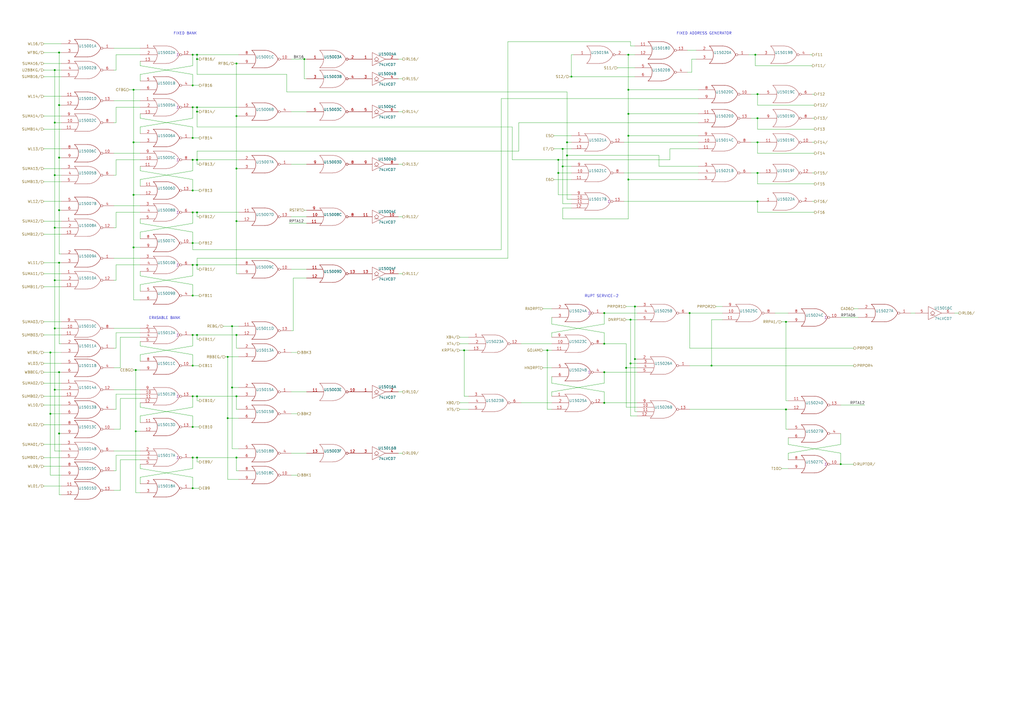
<source format=kicad_sch>
(kicad_sch (version 20211123) (generator eeschema)
  (paper "A2")
  (junction (at 137.16 36.83))
  (junction (at 111.76 62.23))
  (junction (at 364.49 31.75))
  (junction (at 487.68 269.24))
  (junction (at 176.53 34.29))
  (junction (at 111.76 140.97))
  (junction (at 439.42 68.58))
  (junction (at 34.29 215.9))
  (junction (at 114.3 31.75))
  (junction (at 34.29 121.92))
  (junction (at 111.76 31.75))
  (junction (at 412.75 212.09))
  (junction (at 77.47 82.55))
  (junction (at 439.42 82.55))
  (junction (at 350.52 199.39))
  (junction (at 34.29 30.48))
  (junction (at 439.42 116.84))
  (junction (at 111.76 80.01))
  (junction (at 114.3 92.71))
  (junction (at 111.76 171.45))
  (junction (at 455.93 237.49))
  (junction (at 363.22 213.36))
  (junction (at 323.85 92.71))
  (junction (at 114.3 64.77))
  (junction (at 34.29 251.46))
  (junction (at 317.5 203.2))
  (junction (at 438.15 31.75))
  (junction (at 350.52 181.61))
  (junction (at 331.47 44.45))
  (junction (at 34.29 152.4))
  (junction (at 114.3 153.67))
  (junction (at 29.21 204.47))
  (junction (at 134.62 224.79))
  (junction (at 114.3 34.29))
  (junction (at 137.16 97.79))
  (junction (at 31.75 71.12))
  (junction (at 31.75 226.06))
  (junction (at 111.76 247.65))
  (junction (at 31.75 162.56))
  (junction (at 439.42 100.33))
  (junction (at 323.85 100.33))
  (junction (at 114.3 265.43))
  (junction (at 111.76 212.09))
  (junction (at 31.75 132.08))
  (junction (at 269.24 203.2))
  (junction (at 365.76 185.42))
  (junction (at 114.3 194.31))
  (junction (at 111.76 283.21))
  (junction (at 364.49 66.04))
  (junction (at 364.49 78.74))
  (junction (at 439.42 54.61))
  (junction (at 350.52 233.68))
  (junction (at 365.76 210.82))
  (junction (at 111.76 110.49))
  (junction (at 111.76 153.67))
  (junction (at 31.75 101.6))
  (junction (at 111.76 123.19))
  (junction (at 111.76 229.87))
  (junction (at 34.29 60.96))
  (junction (at 137.16 229.87))
  (junction (at 111.76 265.43))
  (junction (at 364.49 52.07))
  (junction (at 31.75 40.64))
  (junction (at 368.3 208.28))
  (junction (at 328.93 82.55))
  (junction (at 326.39 96.52))
  (junction (at 111.76 92.71))
  (junction (at 77.47 143.51))
  (junction (at 400.05 181.61))
  (junction (at 114.3 229.87))
  (junction (at 137.16 128.27))
  (junction (at 78.74 250.19))
  (junction (at 350.52 215.9))
  (junction (at 137.16 265.43))
  (junction (at 78.74 214.63))
  (junction (at 132.08 207.01))
  (junction (at 368.3 177.8))
  (junction (at 29.21 240.03))
  (junction (at 455.93 186.69))
  (junction (at 326.39 86.36))
  (junction (at 77.47 52.07))
  (junction (at 137.16 67.31))
  (junction (at 111.76 49.53))
  (junction (at 114.3 62.23))
  (junction (at 134.62 189.23))
  (junction (at 114.3 123.19))
  (junction (at 34.29 91.44))
  (junction (at 31.75 190.5))
  (junction (at 77.47 113.03))
  (junction (at 137.16 194.31))
  (junction (at 111.76 194.31))
  (junction (at 132.08 242.57))
  (junction (at 328.93 90.17))
  (junction (at 364.49 104.14))
  (wire (pts (xy 290.83 144.78) (xy 290.83 57.15)))
  (wire (pts (xy 363.22 185.42) (xy 365.76 185.42)))
  (wire (pts (xy 114.3 95.25) (xy 115.57 95.25)))
  (wire (pts (xy 81.28 276.86) (xy 81.28 280.67)))
  (wire (pts (xy 170.18 161.29) (xy 177.8 161.29)))
  (wire (pts (xy 114.3 92.71) (xy 114.3 95.25)))
  (wire (pts (xy 323.85 100.33) (xy 331.47 100.33)))
  (wire (pts (xy 66.04 201.93) (xy 67.31 201.93)))
  (wire (pts (xy 34.29 287.02) (xy 35.56 287.02)))
  (wire (pts (xy 132.08 207.01) (xy 132.08 242.57)))
  (wire (pts (xy 111.76 160.02) (xy 81.28 165.1)))
  (wire (pts (xy 471.17 116.84) (xy 472.44 116.84)))
  (wire (pts (xy 114.3 87.63) (xy 114.3 92.71)))
  (wire (pts (xy 365.76 241.3) (xy 369.57 241.3)))
  (wire (pts (xy 137.16 194.31) (xy 138.43 194.31)))
  (wire (pts (xy 114.3 194.31) (xy 137.16 194.31)))
  (wire (pts (xy 137.16 36.83) (xy 137.16 67.31)))
  (wire (pts (xy 400.05 201.93) (xy 495.3 201.93)))
  (wire (pts (xy 471.17 100.33) (xy 472.44 100.33)))
  (wire (pts (xy 78.74 214.63) (xy 81.28 214.63)))
  (wire (pts (xy 137.16 229.87) (xy 138.43 229.87)))
  (wire (pts (xy 129.54 189.23) (xy 134.62 189.23)))
  (wire (pts (xy 67.31 153.67) (xy 67.31 162.56)))
  (wire (pts (xy 137.16 237.49) (xy 138.43 237.49)))
  (wire (pts (xy 111.76 144.78) (xy 290.83 144.78)))
  (wire (pts (xy 111.76 283.21) (xy 115.57 283.21)))
  (wire (pts (xy 364.49 66.04) (xy 405.13 66.04)))
  (wire (pts (xy 29.21 204.47) (xy 35.56 204.47)))
  (wire (pts (xy 168.91 262.89) (xy 177.8 262.89)))
  (wire (pts (xy 317.5 203.2) (xy 317.5 237.49)))
  (wire (pts (xy 66.04 190.5) (xy 81.28 190.5)))
  (wire (pts (xy 81.28 43.18) (xy 81.28 46.99)))
  (wire (pts (xy 471.17 82.55) (xy 472.44 82.55)))
  (wire (pts (xy 111.76 43.18) (xy 81.28 38.1)))
  (wire (pts (xy 31.75 132.08) (xy 35.56 132.08)))
  (wire (pts (xy 34.29 30.48) (xy 34.29 60.96)))
  (wire (pts (xy 439.42 68.58) (xy 440.69 68.58)))
  (wire (pts (xy 382.27 96.52) (xy 405.13 96.52)))
  (wire (pts (xy 34.29 251.46) (xy 34.29 287.02)))
  (wire (pts (xy 25.4 44.45) (xy 35.56 44.45)))
  (wire (pts (xy 487.68 262.89) (xy 457.2 257.81)))
  (wire (pts (xy 350.52 233.68) (xy 369.57 233.68)))
  (wire (pts (xy 111.76 276.86) (xy 81.28 271.78)))
  (wire (pts (xy 405.13 86.36) (xy 388.62 86.36)))
  (wire (pts (xy 328.93 90.17) (xy 382.27 90.17)))
  (wire (pts (xy 111.76 283.21) (xy 111.76 276.86)))
  (wire (pts (xy 137.16 229.87) (xy 137.16 237.49)))
  (wire (pts (xy 31.75 162.56) (xy 35.56 162.56)))
  (wire (pts (xy 294.64 24.13) (xy 294.64 149.86)))
  (wire (pts (xy 439.42 116.84) (xy 440.69 116.84)))
  (wire (pts (xy 29.21 240.03) (xy 35.56 240.03)))
  (wire (pts (xy 25.4 204.47) (xy 29.21 204.47)))
  (wire (pts (xy 114.3 265.43) (xy 137.16 265.43)))
  (wire (pts (xy 81.28 68.58) (xy 81.28 66.04)))
  (wire (pts (xy 35.56 135.89) (xy 25.4 135.89)))
  (wire (pts (xy 553.72 181.61) (xy 556.26 181.61)))
  (wire (pts (xy 135.89 36.83) (xy 137.16 36.83)))
  (wire (pts (xy 114.3 125.73) (xy 115.57 125.73)))
  (wire (pts (xy 137.16 265.43) (xy 138.43 265.43)))
  (wire (pts (xy 114.3 62.23) (xy 114.3 64.77)))
  (wire (pts (xy 35.56 55.88) (xy 25.4 55.88)))
  (wire (pts (xy 67.31 92.71) (xy 67.31 101.6)))
  (wire (pts (xy 67.31 40.64) (xy 66.04 40.64)))
  (wire (pts (xy 34.29 60.96) (xy 35.56 60.96)))
  (wire (pts (xy 81.28 205.74) (xy 81.28 209.55)))
  (wire (pts (xy 111.76 212.09) (xy 111.76 205.74)))
  (wire (pts (xy 34.29 91.44) (xy 34.29 121.92)))
  (wire (pts (xy 114.3 31.75) (xy 138.43 31.75)))
  (wire (pts (xy 111.76 68.58) (xy 81.28 73.66)))
  (wire (pts (xy 77.47 52.07) (xy 81.28 52.07)))
  (wire (pts (xy 29.21 204.47) (xy 29.21 240.03)))
  (wire (pts (xy 81.28 271.78) (xy 81.28 269.24)))
  (wire (pts (xy 35.56 86.36) (xy 25.4 86.36)))
  (wire (pts (xy 177.8 125.73) (xy 168.91 125.73)))
  (wire (pts (xy 137.16 265.43) (xy 137.16 273.05)))
  (wire (pts (xy 31.75 190.5) (xy 35.56 190.5)))
  (wire (pts (xy 34.29 199.39) (xy 34.29 152.4)))
  (wire (pts (xy 78.74 214.63) (xy 78.74 250.19)))
  (wire (pts (xy 114.3 153.67) (xy 114.3 156.21)))
  (wire (pts (xy 168.91 275.59) (xy 172.72 275.59)))
  (wire (pts (xy 114.3 64.77) (xy 115.57 64.77)))
  (wire (pts (xy 331.47 31.75) (xy 331.47 44.45)))
  (wire (pts (xy 77.47 143.51) (xy 81.28 143.51)))
  (wire (pts (xy 35.56 265.43) (xy 25.4 265.43)))
  (wire (pts (xy 111.76 140.97) (xy 115.57 140.97)))
  (wire (pts (xy 67.31 193.04) (xy 81.28 193.04)))
  (wire (pts (xy 294.64 149.86) (xy 114.3 149.86)))
  (wire (pts (xy 77.47 113.03) (xy 77.47 143.51)))
  (wire (pts (xy 438.15 38.1) (xy 471.17 38.1)))
  (wire (pts (xy 34.29 147.32) (xy 35.56 147.32)))
  (wire (pts (xy 35.56 210.82) (xy 25.4 210.82)))
  (wire (pts (xy 368.3 177.8) (xy 368.3 208.28)))
  (wire (pts (xy 77.47 113.03) (xy 81.28 113.03)))
  (wire (pts (xy 177.8 45.72) (xy 176.53 45.72)))
  (wire (pts (xy 368.3 39.37) (xy 358.14 39.37)))
  (wire (pts (xy 111.76 134.62) (xy 111.76 140.97)))
  (wire (pts (xy 434.34 31.75) (xy 438.15 31.75)))
  (wire (pts (xy 487.68 184.15) (xy 497.84 184.15)))
  (wire (pts (xy 66.04 149.86) (xy 81.28 149.86)))
  (wire (pts (xy 31.75 101.6) (xy 35.56 101.6)))
  (wire (pts (xy 67.31 201.93) (xy 67.31 193.04)))
  (wire (pts (xy 31.75 190.5) (xy 31.75 226.06)))
  (wire (pts (xy 365.76 26.67) (xy 368.3 26.67)))
  (wire (pts (xy 114.3 229.87) (xy 114.3 232.41)))
  (wire (pts (xy 69.85 195.58) (xy 81.28 195.58)))
  (wire (pts (xy 137.16 273.05) (xy 138.43 273.05)))
  (wire (pts (xy 25.4 40.64) (xy 31.75 40.64)))
  (wire (pts (xy 439.42 100.33) (xy 440.69 100.33)))
  (wire (pts (xy 455.93 248.92) (xy 457.2 248.92)))
  (wire (pts (xy 69.85 213.36) (xy 69.85 195.58)))
  (wire (pts (xy 449.58 181.61) (xy 457.2 181.61)))
  (wire (pts (xy 231.14 95.25) (xy 233.68 95.25)))
  (wire (pts (xy 114.3 87.63) (xy 300.99 87.63)))
  (wire (pts (xy 114.3 267.97) (xy 115.57 267.97)))
  (wire (pts (xy 111.76 92.71) (xy 111.76 99.06)))
  (wire (pts (xy 81.28 200.66) (xy 81.28 198.12)))
  (wire (pts (xy 363.22 177.8) (xy 368.3 177.8)))
  (wire (pts (xy 114.3 92.71) (xy 138.43 92.71)))
  (wire (pts (xy 81.28 73.66) (xy 81.28 77.47)))
  (wire (pts (xy 439.42 68.58) (xy 439.42 74.93)))
  (wire (pts (xy 438.15 31.75) (xy 438.15 38.1)))
  (wire (pts (xy 326.39 118.11) (xy 331.47 118.11)))
  (wire (pts (xy 34.29 60.96) (xy 34.29 91.44)))
  (wire (pts (xy 81.28 99.06) (xy 81.28 96.52)))
  (wire (pts (xy 81.28 160.02) (xy 81.28 157.48)))
  (wire (pts (xy 400.05 212.09) (xy 412.75 212.09)))
  (wire (pts (xy 111.76 49.53) (xy 115.57 49.53)))
  (wire (pts (xy 34.29 215.9) (xy 35.56 215.9)))
  (wire (pts (xy 231.14 34.29) (xy 233.68 34.29)))
  (wire (pts (xy 368.3 208.28) (xy 368.3 238.76)))
  (wire (pts (xy 320.04 227.33) (xy 320.04 229.87)))
  (wire (pts (xy 69.85 248.92) (xy 69.85 231.14)))
  (wire (pts (xy 111.76 200.66) (xy 81.28 205.74)))
  (wire (pts (xy 130.81 207.01) (xy 132.08 207.01)))
  (wire (pts (xy 350.52 187.96) (xy 320.04 193.04)))
  (wire (pts (xy 369.57 181.61) (xy 350.52 181.61)))
  (wire (pts (xy 439.42 54.61) (xy 439.42 60.96)))
  (wire (pts (xy 67.31 264.16) (xy 81.28 264.16)))
  (wire (pts (xy 435.61 82.55) (xy 439.42 82.55)))
  (wire (pts (xy 81.28 165.1) (xy 81.28 168.91)))
  (wire (pts (xy 350.52 215.9) (xy 369.57 215.9)))
  (wire (pts (xy 365.76 210.82) (xy 369.57 210.82)))
  (wire (pts (xy 363.22 213.36) (xy 363.22 236.22)))
  (wire (pts (xy 111.76 31.75) (xy 111.76 38.1)))
  (wire (pts (xy 435.61 100.33) (xy 439.42 100.33)))
  (wire (pts (xy 114.3 194.31) (xy 114.3 196.85)))
  (wire (pts (xy 177.8 129.54) (xy 167.64 129.54)))
  (wire (pts (xy 439.42 60.96) (xy 472.44 60.96)))
  (wire (pts (xy 111.76 194.31) (xy 114.3 194.31)))
  (wire (pts (xy 400.05 181.61) (xy 419.1 181.61)))
  (wire (pts (xy 168.91 240.03) (xy 172.72 240.03)))
  (wire (pts (xy 400.05 181.61) (xy 400.05 201.93)))
  (wire (pts (xy 419.1 177.8) (xy 415.29 177.8)))
  (wire (pts (xy 67.31 62.23) (xy 67.31 71.12)))
  (wire (pts (xy 34.29 121.92) (xy 35.56 121.92)))
  (wire (pts (xy 487.68 251.46) (xy 487.68 257.81)))
  (wire (pts (xy 66.04 88.9) (xy 81.28 88.9)))
  (wire (pts (xy 81.28 38.1) (xy 81.28 35.56)))
  (wire (pts (xy 487.68 269.24) (xy 487.68 262.89)))
  (wire (pts (xy 271.78 229.87) (xy 269.24 229.87)))
  (wire (pts (xy 35.56 186.69) (xy 25.4 186.69)))
  (wire (pts (xy 320.04 193.04) (xy 320.04 195.58)))
  (wire (pts (xy 271.78 195.58) (xy 266.7 195.58)))
  (wire (pts (xy 67.31 123.19) (xy 67.31 132.08)))
  (wire (pts (xy 300.99 87.63) (xy 300.99 71.12)))
  (wire (pts (xy 34.29 152.4) (xy 35.56 152.4)))
  (wire (pts (xy 166.37 43.18) (xy 166.37 53.34)))
  (wire (pts (xy 398.78 41.91) (xy 401.32 41.91)))
  (wire (pts (xy 297.18 92.71) (xy 297.18 73.66)))
  (wire (pts (xy 269.24 203.2) (xy 271.78 203.2)))
  (wire (pts (xy 114.3 123.19) (xy 114.3 125.73)))
  (wire (pts (xy 67.31 31.75) (xy 67.31 40.64)))
  (wire (pts (xy 25.4 166.37) (xy 35.56 166.37)))
  (wire (pts (xy 25.4 152.4) (xy 34.29 152.4)))
  (wire (pts (xy 132.08 242.57) (xy 132.08 278.13)))
  (wire (pts (xy 320.04 222.25) (xy 320.04 218.44)))
  (wire (pts (xy 369.57 208.28) (xy 368.3 208.28)))
  (wire (pts (xy 398.78 29.21) (xy 403.86 29.21)))
  (wire (pts (xy 412.75 212.09) (xy 412.75 185.42)))
  (wire (pts (xy 137.16 128.27) (xy 137.16 158.75)))
  (wire (pts (xy 361.95 100.33) (xy 405.13 100.33)))
  (wire (pts (xy 114.3 64.77) (xy 114.3 73.66)))
  (wire (pts (xy 231.14 64.77) (xy 233.68 64.77)))
  (wire (pts (xy 166.37 53.34) (xy 328.93 53.34)))
  (wire (pts (xy 114.3 153.67) (xy 138.43 153.67)))
  (wire (pts (xy 326.39 120.65) (xy 331.47 120.65)))
  (wire (pts (xy 364.49 104.14) (xy 364.49 127)))
  (wire (pts (xy 77.47 173.99) (xy 81.28 173.99)))
  (wire (pts (xy 350.52 199.39) (xy 363.22 199.39)))
  (wire (pts (xy 35.56 158.75) (xy 25.4 158.75)))
  (wire (pts (xy 137.16 194.31) (xy 137.16 201.93)))
  (wire (pts (xy 363.22 236.22) (xy 369.57 236.22)))
  (wire (pts (xy 81.28 250.19) (xy 78.74 250.19)))
  (wire (pts (xy 111.76 104.14) (xy 81.28 99.06)))
  (wire (pts (xy 25.4 30.48) (xy 34.29 30.48)))
  (wire (pts (xy 528.32 181.61) (xy 530.86 181.61)))
  (wire (pts (xy 231.14 158.75) (xy 233.68 158.75)))
  (wire (pts (xy 455.93 186.69) (xy 457.2 186.69)))
  (wire (pts (xy 35.56 222.25) (xy 25.4 222.25)))
  (wire (pts (xy 66.04 237.49) (xy 67.31 237.49)))
  (wire (pts (xy 457.2 271.78) (xy 453.39 271.78)))
  (wire (pts (xy 137.16 67.31) (xy 138.43 67.31)))
  (wire (pts (xy 114.3 265.43) (xy 114.3 267.97)))
  (wire (pts (xy 497.84 179.07) (xy 495.3 179.07)))
  (wire (pts (xy 331.47 44.45) (xy 368.3 44.45)))
  (wire (pts (xy 114.3 62.23) (xy 138.43 62.23)))
  (wire (pts (xy 134.62 189.23) (xy 134.62 224.79)))
  (wire (pts (xy 35.56 67.31) (xy 25.4 67.31)))
  (wire (pts (xy 111.76 80.01) (xy 111.76 73.66)))
  (wire (pts (xy 81.28 62.23) (xy 67.31 62.23)))
  (wire (pts (xy 35.56 257.81) (xy 25.4 257.81)))
  (wire (pts (xy 435.61 54.61) (xy 439.42 54.61)))
  (wire (pts (xy 382.27 90.17) (xy 382.27 96.52)))
  (wire (pts (xy 35.56 74.93) (xy 25.4 74.93)))
  (wire (pts (xy 31.75 101.6) (xy 31.75 132.08)))
  (wire (pts (xy 453.39 186.69) (xy 455.93 186.69)))
  (wire (pts (xy 168.91 191.77) (xy 170.18 191.77)))
  (wire (pts (xy 31.75 162.56) (xy 31.75 190.5)))
  (wire (pts (xy 302.26 199.39) (xy 320.04 199.39)))
  (wire (pts (xy 328.93 53.34) (xy 328.93 82.55)))
  (wire (pts (xy 31.75 40.64) (xy 31.75 71.12)))
  (wire (pts (xy 111.76 247.65) (xy 111.76 241.3)))
  (wire (pts (xy 81.28 31.75) (xy 67.31 31.75)))
  (wire (pts (xy 66.04 248.92) (xy 69.85 248.92)))
  (wire (pts (xy 323.85 113.03) (xy 331.47 113.03)))
  (wire (pts (xy 34.29 91.44) (xy 35.56 91.44)))
  (wire (pts (xy 137.16 97.79) (xy 138.43 97.79)))
  (wire (pts (xy 300.99 71.12) (xy 405.13 71.12)))
  (wire (pts (xy 168.91 204.47) (xy 172.72 204.47)))
  (wire (pts (xy 231.14 125.73) (xy 233.68 125.73)))
  (wire (pts (xy 81.28 134.62) (xy 81.28 138.43)))
  (wire (pts (xy 81.28 241.3) (xy 81.28 245.11)))
  (wire (pts (xy 31.75 71.12) (xy 31.75 101.6)))
  (wire (pts (xy 31.75 40.64) (xy 35.56 40.64)))
  (wire (pts (xy 317.5 237.49) (xy 320.04 237.49)))
  (wire (pts (xy 111.76 62.23) (xy 114.3 62.23)))
  (wire (pts (xy 81.28 153.67) (xy 67.31 153.67)))
  (wire (pts (xy 69.85 284.48) (xy 69.85 266.7)))
  (wire (pts (xy 35.56 25.4) (xy 25.4 25.4)))
  (wire (pts (xy 271.78 237.49) (xy 266.7 237.49)))
  (wire (pts (xy 134.62 260.35) (xy 138.43 260.35)))
  (wire (pts (xy 365.76 185.42) (xy 365.76 210.82)))
  (wire (pts (xy 77.47 82.55) (xy 77.47 113.03)))
  (wire (pts (xy 365.76 185.42) (xy 369.57 185.42)))
  (wire (pts (xy 111.76 123.19) (xy 114.3 123.19)))
  (wire (pts (xy 69.85 266.7) (xy 81.28 266.7)))
  (wire (pts (xy 323.85 92.71) (xy 297.18 92.71)))
  (wire (pts (xy 111.76 153.67) (xy 111.76 160.02)))
  (wire (pts (xy 361.95 82.55) (xy 405.13 82.55)))
  (wire (pts (xy 297.18 73.66) (xy 114.3 73.66)))
  (wire (pts (xy 320.04 213.36) (xy 314.96 213.36)))
  (wire (pts (xy 67.31 273.05) (xy 67.31 264.16)))
  (wire (pts (xy 35.56 116.84) (xy 25.4 116.84)))
  (wire (pts (xy 111.76 38.1) (xy 81.28 43.18)))
  (wire (pts (xy 137.16 158.75) (xy 138.43 158.75)))
  (wire (pts (xy 400.05 237.49) (xy 455.93 237.49)))
  (wire (pts (xy 271.78 233.68) (xy 266.7 233.68)))
  (wire (pts (xy 168.91 95.25) (xy 177.8 95.25)))
  (wire (pts (xy 67.31 228.6) (xy 81.28 228.6)))
  (wire (pts (xy 111.76 265.43) (xy 114.3 265.43)))
  (wire (pts (xy 77.47 214.63) (xy 78.74 214.63)))
  (wire (pts (xy 35.56 270.51) (xy 25.4 270.51)))
  (wire (pts (xy 77.47 82.55) (xy 81.28 82.55)))
  (wire (pts (xy 66.04 261.62) (xy 81.28 261.62)))
  (wire (pts (xy 323.85 100.33) (xy 323.85 113.03)))
  (wire (pts (xy 67.31 101.6) (xy 66.04 101.6)))
  (wire (pts (xy 439.42 123.19) (xy 472.44 123.19)))
  (wire (pts (xy 168.91 64.77) (xy 177.8 64.77)))
  (wire (pts (xy 67.31 71.12) (xy 66.04 71.12)))
  (wire (pts (xy 469.9 31.75) (xy 471.17 31.75)))
  (wire (pts (xy 29.21 275.59) (xy 35.56 275.59)))
  (wire (pts (xy 365.76 24.13) (xy 365.76 26.67)))
  (wire (pts (xy 350.52 215.9) (xy 350.52 222.25)))
  (wire (pts (xy 412.75 185.42) (xy 419.1 185.42)))
  (wire (pts (xy 314.96 203.2) (xy 317.5 203.2)))
  (wire (pts (xy 35.56 246.38) (xy 25.4 246.38)))
  (wire (pts (xy 134.62 189.23) (xy 138.43 189.23)))
  (wire (pts (xy 114.3 123.19) (xy 138.43 123.19)))
  (wire (pts (xy 34.29 215.9) (xy 34.29 251.46)))
  (wire (pts (xy 330.2 44.45) (xy 331.47 44.45)))
  (wire (pts (xy 35.56 281.94) (xy 25.4 281.94)))
  (wire (pts (xy 114.3 34.29) (xy 114.3 43.18)))
  (wire (pts (xy 364.49 104.14) (xy 405.13 104.14)))
  (wire (pts (xy 77.47 52.07) (xy 77.47 82.55)))
  (wire (pts (xy 78.74 285.75) (xy 81.28 285.75)))
  (wire (pts (xy 439.42 54.61) (xy 440.69 54.61)))
  (wire (pts (xy 455.93 237.49) (xy 457.2 237.49)))
  (wire (pts (xy 439.42 106.68) (xy 472.44 106.68)))
  (wire (pts (xy 114.3 196.85) (xy 115.57 196.85)))
  (wire (pts (xy 137.16 97.79) (xy 137.16 128.27)))
  (wire (pts (xy 111.76 229.87) (xy 114.3 229.87)))
  (wire (pts (xy 388.62 86.36) (xy 388.62 92.71)))
  (wire (pts (xy 67.31 162.56) (xy 66.04 162.56)))
  (wire (pts (xy 176.53 45.72) (xy 176.53 34.29)))
  (wire (pts (xy 35.56 229.87) (xy 25.4 229.87)))
  (wire (pts (xy 487.68 269.24) (xy 495.3 269.24)))
  (wire (pts (xy 81.28 129.54) (xy 81.28 127)))
  (wire (pts (xy 363.22 199.39) (xy 363.22 213.36)))
  (wire (pts (xy 66.04 27.94) (xy 81.28 27.94)))
  (wire (pts (xy 111.76 212.09) (xy 115.57 212.09)))
  (wire (pts (xy 114.3 149.86) (xy 114.3 153.67)))
  (wire (pts (xy 111.76 73.66) (xy 81.28 68.58)))
  (wire (pts (xy 66.04 284.48) (xy 69.85 284.48)))
  (wire (pts (xy 365.76 210.82) (xy 365.76 241.3)))
  (wire (pts (xy 74.93 52.07) (xy 77.47 52.07)))
  (wire (pts (xy 81.28 236.22) (xy 81.28 233.68)))
  (wire (pts (xy 331.47 78.74) (xy 321.31 78.74)))
  (wire (pts (xy 35.56 105.41) (xy 25.4 105.41)))
  (wire (pts (xy 111.76 165.1) (xy 81.28 160.02)))
  (wire (pts (xy 364.49 78.74) (xy 405.13 78.74)))
  (wire (pts (xy 66.04 213.36) (xy 69.85 213.36)))
  (wire (pts (xy 438.15 31.75) (xy 439.42 31.75)))
  (wire (pts (xy 132.08 278.13) (xy 138.43 278.13)))
  (wire (pts (xy 321.31 86.36) (xy 326.39 86.36)))
  (wire (pts (xy 401.32 34.29) (xy 403.86 34.29)))
  (wire (pts (xy 114.3 229.87) (xy 137.16 229.87)))
  (wire (pts (xy 31.75 261.62) (xy 35.56 261.62)))
  (wire (pts (xy 363.22 31.75) (xy 364.49 31.75)))
  (wire (pts (xy 111.76 31.75) (xy 114.3 31.75)))
  (wire (pts (xy 111.76 99.06) (xy 81.28 104.14)))
  (wire (pts (xy 111.76 92.71) (xy 114.3 92.71)))
  (wire (pts (xy 31.75 226.06) (xy 31.75 261.62)))
  (wire (pts (xy 326.39 86.36) (xy 331.47 86.36)))
  (wire (pts (xy 435.61 68.58) (xy 439.42 68.58)))
  (wire (pts (xy 302.26 233.68) (xy 320.04 233.68)))
  (wire (pts (xy 114.3 43.18) (xy 166.37 43.18)))
  (wire (pts (xy 231.14 45.72) (xy 233.68 45.72)))
  (wire (pts (xy 271.78 199.39) (xy 266.7 199.39)))
  (wire (pts (xy 111.76 123.19) (xy 111.76 129.54)))
  (wire (pts (xy 328.93 82.55) (xy 328.93 90.17)))
  (wire (pts (xy 170.18 191.77) (xy 170.18 161.29)))
  (wire (pts (xy 350.52 233.68) (xy 350.52 227.33)))
  (wire (pts (xy 457.2 262.89) (xy 457.2 266.7)))
  (wire (pts (xy 69.85 231.14) (xy 81.28 231.14)))
  (wire (pts (xy 111.76 153.67) (xy 114.3 153.67)))
  (wire (pts (xy 439.42 88.9) (xy 472.44 88.9)))
  (wire (pts (xy 326.39 96.52) (xy 331.47 96.52)))
  (wire (pts (xy 67.31 132.08) (xy 66.04 132.08)))
  (wire (pts (xy 455.93 232.41) (xy 457.2 232.41)))
  (wire (pts (xy 67.31 237.49) (xy 67.31 228.6)))
  (wire (pts (xy 35.56 234.95) (xy 25.4 234.95)))
  (wire (pts (xy 111.76 247.65) (xy 115.57 247.65)))
  (wire (pts (xy 114.3 232.41) (xy 115.57 232.41)))
  (wire (pts (xy 111.76 62.23) (xy 111.76 68.58)))
  (wire (pts (xy 35.56 194.31) (xy 25.4 194.31)))
  (wire (pts (xy 35.56 128.27) (xy 25.4 128.27)))
  (wire (pts (xy 487.68 234.95) (xy 501.65 234.95)))
  (wire (pts (xy 364.49 52.07) (xy 405.13 52.07)))
  (wire (pts (xy 81.28 123.19) (xy 67.31 123.19)))
  (wire (pts (xy 31.75 132.08) (xy 31.75 162.56)))
  (wire (pts (xy 320.04 179.07) (xy 314.96 179.07)))
  (wire (pts (xy 364.49 52.07) (xy 364.49 66.04)))
  (wire (pts (xy 111.76 271.78) (xy 81.28 276.86)))
  (wire (pts (xy 111.76 129.54) (xy 81.28 134.62)))
  (wire (pts (xy 331.47 31.75) (xy 332.74 31.75)))
  (wire (pts (xy 34.29 121.92) (xy 34.29 147.32)))
  (wire (pts (xy 34.29 199.39) (xy 35.56 199.39)))
  (wire (pts (xy 294.64 24.13) (xy 365.76 24.13)))
  (wire (pts (xy 266.7 203.2) (xy 269.24 203.2)))
  (wire (pts (xy 34.29 251.46) (xy 35.56 251.46)))
  (wire (pts (xy 487.68 257.81) (xy 457.2 262.89)))
  (wire (pts (xy 177.8 156.21) (xy 168.91 156.21)))
  (wire (pts (xy 323.85 92.71) (xy 323.85 100.33)))
  (wire (pts (xy 364.49 127) (xy 326.39 127)))
  (wire (pts (xy 364.49 31.75) (xy 368.3 31.75)))
  (wire (pts (xy 35.56 97.79) (xy 25.4 97.79)))
  (wire (pts (xy 111.76 265.43) (xy 111.76 271.78)))
  (wire (pts (xy 388.62 92.71) (xy 323.85 92.71)))
  (wire (pts (xy 455.93 186.69) (xy 455.93 232.41)))
  (wire (pts (xy 134.62 224.79) (xy 138.43 224.79)))
  (wire (pts (xy 328.93 115.57) (xy 331.47 115.57)))
  (wire (pts (xy 269.24 229.87) (xy 269.24 203.2)))
  (wire (pts (xy 168.91 34.29) (xy 176.53 34.29)))
  (wire (pts (xy 364.49 78.74) (xy 364.49 104.14)))
  (wire (pts (xy 111.76 110.49) (xy 111.76 104.14)))
  (wire (pts (xy 137.16 67.31) (xy 137.16 97.79)))
  (wire (pts (xy 111.76 236.22) (xy 81.28 241.3)))
  (wire (pts (xy 176.53 34.29) (xy 177.8 34.29)))
  (wire (pts (xy 328.93 82.55) (xy 331.47 82.55)))
  (wire (pts (xy 439.42 100.33) (xy 439.42 106.68)))
  (wire (pts (xy 364.49 66.04) (xy 364.49 78.74)))
  (wire (pts (xy 111.76 205.74) (xy 81.28 200.66)))
  (wire (pts (xy 439.42 82.55) (xy 440.69 82.55)))
  (wire (pts (xy 111.76 241.3) (xy 81.28 236.22)))
  (wire (pts (xy 114.3 34.29) (xy 115.57 34.29)))
  (wire (pts (xy 471.17 54.61) (xy 472.44 54.61)))
  (wire (pts (xy 350.52 193.04) (xy 320.04 187.96)))
  (wire (pts (xy 368.3 238.76) (xy 369.57 238.76)))
  (wire (pts (xy 132.08 207.01) (xy 138.43 207.01)))
  (wire (pts (xy 471.17 68.58) (xy 472.44 68.58)))
  (wire (pts (xy 35.56 36.83) (xy 25.4 36.83)))
  (wire (pts (xy 111.76 134.62) (xy 81.28 129.54)))
  (wire (pts (xy 368.3 177.8) (xy 369.57 177.8)))
  (wire (pts (xy 317.5 203.2) (xy 320.04 203.2)))
  (wire (pts (xy 439.42 82.55) (xy 439.42 88.9)))
  (wire (pts (xy 231.14 227.33) (xy 233.68 227.33)))
  (wire (pts (xy 111.76 49.53) (xy 111.76 43.18)))
  (wire (pts (xy 350.52 222.25) (xy 320.04 227.33)))
  (wire (pts (xy 326.39 127) (xy 326.39 120.65)))
  (wire (pts (xy 25.4 215.9) (xy 34.29 215.9)))
  (wire (pts (xy 455.93 237.49) (xy 455.93 248.92)))
  (wire (pts (xy 137.16 201.93) (xy 138.43 201.93)))
  (wire (pts (xy 177.8 121.92) (xy 176.53 121.92)))
  (wire (pts (xy 34.29 30.48) (xy 35.56 30.48)))
  (wire (pts (xy 439.42 74.93) (xy 472.44 74.93)))
  (wire (pts (xy 111.76 171.45) (xy 115.57 171.45)))
  (wire (pts (xy 31.75 226.06) (xy 35.56 226.06)))
  (wire (pts (xy 66.04 119.38) (xy 81.28 119.38)))
  (wire (pts (xy 350.52 227.33) (xy 320.04 222.25)))
  (wire (pts (xy 132.08 242.57) (xy 138.43 242.57)))
  (wire (pts (xy 31.75 71.12) (xy 35.56 71.12)))
  (wire (pts (xy 137.16 128.27) (xy 138.43 128.27)))
  (wire (pts (xy 364.49 31.75) (xy 364.49 52.07)))
  (wire (pts (xy 401.32 41.91) (xy 401.32 34.29)))
  (wire (pts (xy 326.39 86.36) (xy 326.39 96.52)))
  (wire (pts (xy 231.14 262.89) (xy 233.68 262.89)))
  (wire (pts (xy 290.83 57.15) (xy 405.13 57.15)))
  (wire (pts (xy 78.74 250.19) (xy 78.74 285.75)))
  (wire (pts (xy 114.3 31.75) (xy 114.3 34.29)))
  (wire (pts (xy 439.42 116.84) (xy 439.42 123.19)))
  (wire (pts (xy 114.3 156.21) (xy 115.57 156.21)))
  (wire (pts (xy 66.04 226.06) (xy 81.28 226.06)))
  (wire (pts (xy 111.76 80.01) (xy 115.57 80.01)))
  (wire (pts (xy 350.52 199.39) (xy 350.52 193.04)))
  (wire (pts (xy 81.28 92.71) (xy 67.31 92.71)))
  (wire (pts (xy 350.52 181.61) (xy 350.52 187.96)))
  (wire (pts (xy 111.76 171.45) (xy 111.76 165.1)))
  (wire (pts (xy 77.47 143.51) (xy 77.47 173.99)))
  (wire (pts (xy 66.04 273.05) (xy 67.31 273.05)))
  (wire (pts (xy 328.93 90.17) (xy 328.93 115.57)))
  (wire (pts (xy 111.76 194.31) (xy 111.76 200.66)))
  (wire (pts (xy 457.2 257.81) (xy 457.2 254)))
  (wire (pts (xy 29.21 240.03) (xy 29.21 275.59)))
  (wire (pts (xy 137.16 36.83) (xy 138.43 36.83)))
  (wire (pts (xy 111.76 140.97) (xy 111.76 144.78)))
  (wire (pts (xy 326.39 96.52) (xy 326.39 118.11)))
  (wire (pts (xy 66.04 58.42) (xy 81.28 58.42)))
  (wire (pts (xy 111.76 229.87) (xy 111.76 236.22)))
  (wire (pts (xy 363.22 213.36) (xy 369.57 213.36)))
  (wire (pts (xy 320.04 187.96) (xy 320.04 184.15)))
  (wire (pts (xy 412.75 212.09) (xy 495.3 212.09)))
  (wire (pts (xy 81.28 104.14) (xy 81.28 107.95)))
  (wire (pts (xy 168.91 227.33) (xy 177.8 227.33)))
  (wire (pts (xy 361.95 116.84) (xy 439.42 116.84)))
  (wire (pts (xy 331.47 104.14) (xy 321.31 104.14)))
  (wire (pts (xy 111.76 110.49) (xy 115.57 110.49)))
  (wire (pts (xy 134.62 224.79) (xy 134.62 260.35)))
  (text "RUPT SERVICE-2" (at 339.09 172.72 0) (effects (font (size 1.524 1.524)) (justify left bottom)))
  (text "FIXED BANK" (at 114.3 20.32 180) (effects (font (size 1.524 1.524)) (justify right bottom)))
  (text "FIXED ADDRESS GENERATOR" (at 392.43 20.32 0) (effects (font (size 1.524 1.524)) (justify left bottom)))
  (text "ERASABLE BANK" (at 86.36 185.42 0) (effects (font (size 1.524 1.524)) (justify left bottom)))
  (label "RPTA12" (at 167.64 129.54 0) (effects (font (size 1.524 1.524))))
  (label "BK16" (at 170.18 34.29 0) (effects (font (size 1.524 1.524))))
  (label "RPTAD6" (at 487.68 184.15 0) (effects (font (size 1.524 1.524))))
  (label "RPTA12" (at 501.65 234.95 180) (effects (font (size 1.524 1.524))))
  (hierarchical_label "SUMB12/" (shape input) (at 25.4 135.89 180) (effects (font (size 1.524 1.524))))
  (hierarchical_label "SUMB01/" (shape input) (at 25.4 265.43 180) (effects (font (size 1.524 1.524))))
  (hierarchical_label "WL14/" (shape input) (at 25.4 55.88 180) (effects (font (size 1.524 1.524))))
  (hierarchical_label "FB13/" (shape output) (at 115.57 95.25 0) (effects (font (size 1.524 1.524))))
  (hierarchical_label "RL10/" (shape output) (at 233.68 227.33 0) (effects (font (size 1.524 1.524))))
  (hierarchical_label "RRPA1/" (shape input) (at 453.39 186.69 180) (effects (font (size 1.524 1.524))))
  (hierarchical_label "RL12/" (shape output) (at 233.68 125.73 0) (effects (font (size 1.524 1.524))))
  (hierarchical_label "WEBG/" (shape input) (at 25.4 204.47 180) (effects (font (size 1.524 1.524))))
  (hierarchical_label "SUMB16/" (shape input) (at 25.4 44.45 180) (effects (font (size 1.524 1.524))))
  (hierarchical_label "WL09/" (shape input) (at 25.4 270.51 180) (effects (font (size 1.524 1.524))))
  (hierarchical_label "E7/" (shape input) (at 321.31 86.36 180) (effects (font (size 1.524 1.524))))
  (hierarchical_label "CEBG" (shape input) (at 77.47 214.63 180) (effects (font (size 1.524 1.524))))
  (hierarchical_label "F14/" (shape output) (at 472.44 82.55 0) (effects (font (size 1.524 1.524))))
  (hierarchical_label "PRPOR1" (shape input) (at 363.22 177.8 180) (effects (font (size 1.524 1.524))))
  (hierarchical_label "SUMA16/" (shape input) (at 25.4 36.83 180) (effects (font (size 1.524 1.524))))
  (hierarchical_label "PRPOR4" (shape output) (at 495.3 212.09 0) (effects (font (size 1.524 1.524))))
  (hierarchical_label "RFBG/" (shape input) (at 135.89 36.83 180) (effects (font (size 1.524 1.524))))
  (hierarchical_label "XT5/" (shape input) (at 266.7 237.49 180) (effects (font (size 1.524 1.524))))
  (hierarchical_label "SUMB13/" (shape input) (at 25.4 105.41 180) (effects (font (size 1.524 1.524))))
  (hierarchical_label "FB14" (shape output) (at 115.57 80.01 0) (effects (font (size 1.524 1.524))))
  (hierarchical_label "RL11/" (shape output) (at 233.68 158.75 0) (effects (font (size 1.524 1.524))))
  (hierarchical_label "XT4/" (shape input) (at 266.7 199.39 180) (effects (font (size 1.524 1.524))))
  (hierarchical_label "HNDRPT" (shape input) (at 314.96 213.36 180) (effects (font (size 1.524 1.524))))
  (hierarchical_label "RADRPT" (shape input) (at 314.96 179.07 180) (effects (font (size 1.524 1.524))))
  (hierarchical_label "SUMB02/" (shape input) (at 25.4 229.87 180) (effects (font (size 1.524 1.524))))
  (hierarchical_label "CAD6" (shape input) (at 495.3 179.07 180) (effects (font (size 1.524 1.524))))
  (hierarchical_label "E5" (shape input) (at 321.31 78.74 180) (effects (font (size 1.524 1.524))))
  (hierarchical_label "FB12" (shape output) (at 115.57 140.97 0) (effects (font (size 1.524 1.524))))
  (hierarchical_label "FB16/" (shape output) (at 115.57 34.29 0) (effects (font (size 1.524 1.524))))
  (hierarchical_label "RSTRT" (shape input) (at 176.53 121.92 180) (effects (font (size 1.524 1.524))))
  (hierarchical_label "RL09/" (shape output) (at 233.68 262.89 0) (effects (font (size 1.524 1.524))))
  (hierarchical_label "SUMA11/" (shape input) (at 25.4 158.75 180) (effects (font (size 1.524 1.524))))
  (hierarchical_label "WL03/" (shape input) (at 25.4 210.82 180) (effects (font (size 1.524 1.524))))
  (hierarchical_label "XB0/" (shape input) (at 266.7 233.68 180) (effects (font (size 1.524 1.524))))
  (hierarchical_label "XB4/" (shape input) (at 266.7 195.58 180) (effects (font (size 1.524 1.524))))
  (hierarchical_label "WFBG/" (shape input) (at 25.4 30.48 180) (effects (font (size 1.524 1.524))))
  (hierarchical_label "RUPTOR/" (shape output) (at 495.3 269.24 0) (effects (font (size 1.524 1.524))))
  (hierarchical_label "F16/" (shape output) (at 472.44 116.84 0) (effects (font (size 1.524 1.524))))
  (hierarchical_label "RBBEG/" (shape input) (at 130.81 207.01 180) (effects (font (size 1.524 1.524))))
  (hierarchical_label "BBK1" (shape output) (at 172.72 275.59 0) (effects (font (size 1.524 1.524))))
  (hierarchical_label "SUMB11/" (shape input) (at 25.4 166.37 180) (effects (font (size 1.524 1.524))))
  (hierarchical_label "REBG/" (shape input) (at 129.54 189.23 180) (effects (font (size 1.524 1.524))))
  (hierarchical_label "GOJAM" (shape input) (at 314.96 203.2 180) (effects (font (size 1.524 1.524))))
  (hierarchical_label "PRPOR2" (shape input) (at 415.29 177.8 180) (effects (font (size 1.524 1.524))))
  (hierarchical_label "RL06/" (shape output) (at 556.26 181.61 0) (effects (font (size 1.524 1.524))))
  (hierarchical_label "S12/" (shape input) (at 330.2 44.45 180) (effects (font (size 1.524 1.524))))
  (hierarchical_label "KRPTA/" (shape input) (at 266.7 203.2 180) (effects (font (size 1.524 1.524))))
  (hierarchical_label "WL16/" (shape input) (at 25.4 25.4 180) (effects (font (size 1.524 1.524))))
  (hierarchical_label "WL02/" (shape input) (at 25.4 246.38 180) (effects (font (size 1.524 1.524))))
  (hierarchical_label "WL10/" (shape input) (at 25.4 234.95 180) (effects (font (size 1.524 1.524))))
  (hierarchical_label "BBK2" (shape output) (at 172.72 240.03 0) (effects (font (size 1.524 1.524))))
  (hierarchical_label "EB11" (shape output) (at 115.57 212.09 0) (effects (font (size 1.524 1.524))))
  (hierarchical_label "S11/" (shape input) (at 358.14 39.37 180) (effects (font (size 1.524 1.524))))
  (hierarchical_label "SUMB03/" (shape input) (at 25.4 194.31 180) (effects (font (size 1.524 1.524))))
  (hierarchical_label "WL11/" (shape input) (at 25.4 152.4 180) (effects (font (size 1.524 1.524))))
  (hierarchical_label "SUMA13/" (shape input) (at 25.4 97.79 180) (effects (font (size 1.524 1.524))))
  (hierarchical_label "EB11/" (shape output) (at 115.57 196.85 0) (effects (font (size 1.524 1.524))))
  (hierarchical_label "RL14/" (shape output) (at 233.68 64.77 0) (effects (font (size 1.524 1.524))))
  (hierarchical_label "RL15/" (shape output) (at 233.68 45.72 0) (effects (font (size 1.524 1.524))))
  (hierarchical_label "WL13/" (shape input) (at 25.4 86.36 180) (effects (font (size 1.524 1.524))))
  (hierarchical_label "BBK3" (shape output) (at 172.72 204.47 0) (effects (font (size 1.524 1.524))))
  (hierarchical_label "F15" (shape output) (at 472.44 106.68 0) (effects (font (size 1.524 1.524))))
  (hierarchical_label "F12" (shape output) (at 472.44 54.61 0) (effects (font (size 1.524 1.524))))
  (hierarchical_label "EB10" (shape output) (at 115.57 247.65 0) (effects (font (size 1.524 1.524))))
  (hierarchical_label "FB16" (shape output) (at 115.57 49.53 0) (effects (font (size 1.524 1.524))))
  (hierarchical_label "DNRPTA" (shape input) (at 363.22 185.42 180) (effects (font (size 1.524 1.524))))
  (hierarchical_label "WBBEG/" (shape input) (at 25.4 215.9 180) (effects (font (size 1.524 1.524))))
  (hierarchical_label "RL16/" (shape output) (at 233.68 34.29 0) (effects (font (size 1.524 1.524))))
  (hierarchical_label "RL13/" (shape output) (at 233.68 95.25 0) (effects (font (size 1.524 1.524))))
  (hierarchical_label "F16" (shape output) (at 472.44 123.19 0) (effects (font (size 1.524 1.524))))
  (hierarchical_label "SUMA14/" (shape input) (at 25.4 67.31 180) (effects (font (size 1.524 1.524))))
  (hierarchical_label "F11/" (shape output) (at 471.17 38.1 0) (effects (font (size 1.524 1.524))))
  (hierarchical_label "F13/" (shape output) (at 472.44 68.58 0) (effects (font (size 1.524 1.524))))
  (hierarchical_label "T10" (shape input) (at 453.39 271.78 180) (effects (font (size 1.524 1.524))))
  (hierarchical_label "FB13" (shape output) (at 115.57 110.49 0) (effects (font (size 1.524 1.524))))
  (hierarchical_label "SUMA03/" (shape input) (at 25.4 186.69 180) (effects (font (size 1.524 1.524))))
  (hierarchical_label "PRPOR3" (shape output) (at 495.3 201.93 0) (effects (font (size 1.524 1.524))))
  (hierarchical_label "FB14/" (shape output) (at 115.57 64.77 0) (effects (font (size 1.524 1.524))))
  (hierarchical_label "FB11/" (shape output) (at 115.57 156.21 0) (effects (font (size 1.524 1.524))))
  (hierarchical_label "WL01/" (shape input) (at 25.4 281.94 180) (effects (font (size 1.524 1.524))))
  (hierarchical_label "SUMA01/" (shape input) (at 25.4 257.81 180) (effects (font (size 1.524 1.524))))
  (hierarchical_label "F12/" (shape output) (at 472.44 60.96 0) (effects (font (size 1.524 1.524))))
  (hierarchical_label "FB12/" (shape output) (at 115.57 125.73 0) (effects (font (size 1.524 1.524))))
  (hierarchical_label "SUMB14/" (shape input) (at 25.4 74.93 180) (effects (font (size 1.524 1.524))))
  (hierarchical_label "SUMA02/" (shape input) (at 25.4 222.25 180) (effects (font (size 1.524 1.524))))
  (hierarchical_label "U2BBKG/" (shape input) (at 25.4 40.64 180) (effects (font (size 1.524 1.524))))
  (hierarchical_label "CFBG" (shape input) (at 74.93 52.07 180) (effects (font (size 1.524 1.524))))
  (hierarchical_label "SUMA12/" (shape input) (at 25.4 128.27 180) (effects (font (size 1.524 1.524))))
  (hierarchical_label "F13" (shape output) (at 472.44 74.93 0) (effects (font (size 1.524 1.524))))
  (hierarchical_label "WL12/" (shape input) (at 25.4 116.84 180) (effects (font (size 1.524 1.524))))
  (hierarchical_label "EB10/" (shape output) (at 115.57 232.41 0) (effects (font (size 1.524 1.524))))
  (hierarchical_label "E6" (shape input) (at 321.31 104.14 180) (effects (font (size 1.524 1.524))))
  (hierarchical_label "F14" (shape output) (at 472.44 88.9 0) (effects (font (size 1.524 1.524))))
  (hierarchical_label "EB9/" (shape output) (at 115.57 267.97 0) (effects (font (size 1.524 1.524))))
  (hierarchical_label "EB9" (shape output) (at 115.57 283.21 0) (effects (font (size 1.524 1.524))))
  (hierarchical_label "FB11" (shape output) (at 115.57 171.45 0) (effects (font (size 1.524 1.524))))
  (hierarchical_label "F15/" (shape output) (at 472.44 100.33 0) (effects (font (size 1.524 1.524))))
  (hierarchical_label "F11" (shape output) (at 471.17 31.75 0) (effects (font (size 1.524 1.524))))
  (symbol (lib_id "agc_kicad_components:74HC02") (at 50.8 27.94 0) (unit 1)
    (property "Reference" "U15001" (at 50.8 26.67 0) (effects (font (size 1.524 1.524))))
    (property "Value" "74HC02" (effects hide))
  )
  (symbol (lib_id "agc_kicad_components:74HC27") (at 96.52 31.75 0) (unit 1)
    (property "Reference" "U15002" (at 96.52 30.48 0) (effects (font (size 1.524 1.524))))
    (property "Value" "74HC27" (effects hide))
    (property "Initial" "1" (at 102.87 31.75 0) (effects (font (size 1.524 1.524) italic)))
  )
  (symbol (lib_id "agc_kicad_components:74HC02") (at 96.52 49.53 0) (unit 2)
    (property "Reference" "U15001" (at 96.52 48.26 0) (effects (font (size 1.524 1.524))))
    (property "Value" "74HC02" (effects hide))
  )
  (symbol (lib_id "agc_kicad_components:74HC27") (at 50.8 40.64 0) (unit 2)
    (property "Reference" "U15002" (at 50.8 39.37 0) (effects (font (size 1.524 1.524))))
    (property "Value" "74HC27" (effects hide))
  )
  (symbol (lib_id "agc_kicad_components:74HC02") (at 153.67 34.29 0) (unit 3)
    (property "Reference" "U15001" (at 153.67 33.02 0) (effects (font (size 1.524 1.524))))
    (property "Value" "74HC02" (effects hide))
  )
  (symbol (lib_id "agc_kicad_components:74HC04") (at 193.04 34.29 0) (unit 1)
    (property "Reference" "U15003" (at 193.04 33.02 0) (effects (font (size 1.524 1.524))))
    (property "Value" "74HC04" (effects hide))
  )
  (symbol (lib_id "agc_kicad_components:74HC04") (at 193.04 45.72 0) (unit 2)
    (property "Reference" "U15003" (at 193.04 44.45 0) (effects (font (size 1.524 1.524))))
    (property "Value" "74HC04" (effects hide))
  )
  (symbol (lib_id "agc_kicad_components:74LVC07") (at 219.71 34.29 0) (unit 1)
    (property "Reference" "U15004" (at 224.663 31.369 0) (effects (font (size 1.524 1.524))))
    (property "Value" "74LVC07" (at 224.536 37.465 0) (effects (font (size 1.524 1.524))))
  )
  (symbol (lib_id "agc_kicad_components:74LVC07") (at 219.71 45.72 0) (unit 2)
    (property "Reference" "U15004" (at 224.663 42.799 0) (effects (font (size 1.524 1.524))))
    (property "Value" "74LVC07" (at 224.536 48.895 0) (effects (font (size 1.524 1.524))))
  )
  (symbol (lib_id "agc_kicad_components:74HC02") (at 50.8 58.42 0) (unit 4)
    (property "Reference" "U15001" (at 50.8 57.15 0) (effects (font (size 1.524 1.524))))
    (property "Value" "74HC02" (effects hide))
  )
  (symbol (lib_id "agc_kicad_components:74HC27") (at 96.52 62.23 0) (unit 1)
    (property "Reference" "U15005" (at 96.52 60.96 0) (effects (font (size 1.524 1.524))))
    (property "Value" "74HC27" (effects hide))
    (property "Initial" "1" (at 102.87 62.23 0) (effects (font (size 1.524 1.524) italic)))
  )
  (symbol (lib_id "agc_kicad_components:74HC02") (at 96.52 80.01 0) (unit 1)
    (property "Reference" "U15006" (at 96.52 78.74 0) (effects (font (size 1.524 1.524))))
    (property "Value" "74HC02" (effects hide))
  )
  (symbol (lib_id "agc_kicad_components:74HC27") (at 50.8 71.12 0) (unit 3)
    (property "Reference" "U15002" (at 50.8 69.85 0) (effects (font (size 1.524 1.524))))
    (property "Value" "74HC27" (effects hide))
  )
  (symbol (lib_id "agc_kicad_components:74HC02") (at 153.67 64.77 0) (unit 2)
    (property "Reference" "U15006" (at 153.67 63.5 0) (effects (font (size 1.524 1.524))))
    (property "Value" "74HC02" (effects hide))
  )
  (symbol (lib_id "agc_kicad_components:74HC04") (at 193.04 64.77 0) (unit 3)
    (property "Reference" "U15003" (at 193.04 63.5 0) (effects (font (size 1.524 1.524))))
    (property "Value" "74HC04" (effects hide))
  )
  (symbol (lib_id "agc_kicad_components:74LVC07") (at 219.71 64.77 0) (unit 3)
    (property "Reference" "U15004" (at 224.663 61.849 0) (effects (font (size 1.524 1.524))))
    (property "Value" "74LVC07" (at 224.536 67.945 0) (effects (font (size 1.524 1.524))))
  )
  (symbol (lib_id "agc_kicad_components:74HC02") (at 50.8 88.9 0) (unit 3)
    (property "Reference" "U15006" (at 50.8 87.63 0) (effects (font (size 1.524 1.524))))
    (property "Value" "74HC02" (effects hide))
  )
  (symbol (lib_id "agc_kicad_components:74HC27") (at 96.52 92.71 0) (unit 3)
    (property "Reference" "U15005" (at 96.52 91.44 0) (effects (font (size 1.524 1.524))))
    (property "Value" "74HC27" (effects hide))
    (property "Initial" "1" (at 102.87 92.71 0) (effects (font (size 1.524 1.524) italic)))
  )
  (symbol (lib_id "agc_kicad_components:74HC02") (at 96.52 110.49 0) (unit 4)
    (property "Reference" "U15006" (at 96.52 109.22 0) (effects (font (size 1.524 1.524))))
    (property "Value" "74HC02" (effects hide))
  )
  (symbol (lib_id "agc_kicad_components:74HC27") (at 50.8 101.6 0) (unit 2)
    (property "Reference" "U15005" (at 50.8 100.33 0) (effects (font (size 1.524 1.524))))
    (property "Value" "74HC27" (effects hide))
  )
  (symbol (lib_id "agc_kicad_components:74HC02") (at 153.67 95.25 0) (unit 1)
    (property "Reference" "U15007" (at 153.67 93.98 0) (effects (font (size 1.524 1.524))))
    (property "Value" "74HC02" (effects hide))
  )
  (symbol (lib_id "agc_kicad_components:74HC04") (at 193.04 95.25 0) (unit 4)
    (property "Reference" "U15003" (at 193.04 93.98 0) (effects (font (size 1.524 1.524))))
    (property "Value" "74HC04" (effects hide))
  )
  (symbol (lib_id "agc_kicad_components:74LVC07") (at 219.71 95.25 0) (unit 4)
    (property "Reference" "U15004" (at 224.663 92.329 0) (effects (font (size 1.524 1.524))))
    (property "Value" "74LVC07" (at 224.536 98.425 0) (effects (font (size 1.524 1.524))))
  )
  (symbol (lib_id "agc_kicad_components:74HC02") (at 50.8 119.38 0) (unit 2)
    (property "Reference" "U15007" (at 50.8 118.11 0) (effects (font (size 1.524 1.524))))
    (property "Value" "74HC02" (effects hide))
  )
  (symbol (lib_id "agc_kicad_components:74HC27") (at 96.52 123.19 0) (unit 2)
    (property "Reference" "U15008" (at 96.52 121.92 0) (effects (font (size 1.524 1.524))))
    (property "Value" "74HC27" (effects hide))
    (property "Initial" "1" (at 102.87 123.19 0) (effects (font (size 1.524 1.524) italic)))
  )
  (symbol (lib_id "agc_kicad_components:74HC02") (at 96.52 140.97 0) (unit 3)
    (property "Reference" "U15007" (at 96.52 139.7 0) (effects (font (size 1.524 1.524))))
    (property "Value" "74HC02" (effects hide))
  )
  (symbol (lib_id "agc_kicad_components:74HC27") (at 50.8 132.08 0) (unit 1)
    (property "Reference" "U15008" (at 50.8 130.81 0) (effects (font (size 1.524 1.524))))
    (property "Value" "74HC27" (effects hide))
  )
  (symbol (lib_id "agc_kicad_components:74HC02") (at 153.67 125.73 0) (unit 4)
    (property "Reference" "U15007" (at 153.67 124.46 0) (effects (font (size 1.524 1.524))))
    (property "Value" "74HC02" (effects hide))
  )
  (symbol (lib_id "agc_kicad_components:74LVC07") (at 219.71 125.73 0) (unit 5)
    (property "Reference" "U15004" (at 224.663 122.809 0) (effects (font (size 1.524 1.524))))
    (property "Value" "74LVC07" (at 224.536 128.905 0) (effects (font (size 1.524 1.524))))
  )
  (symbol (lib_id "agc_kicad_components:74HC27") (at 193.04 125.73 0) (unit 3)
    (property "Reference" "U15008" (at 193.04 124.46 0) (effects (font (size 1.524 1.524))))
    (property "Value" "74HC27" (effects hide))
  )
  (symbol (lib_id "agc_kicad_components:74HC02") (at 50.8 149.86 0) (unit 1)
    (property "Reference" "U15009" (at 50.8 148.59 0) (effects (font (size 1.524 1.524))))
    (property "Value" "74HC02" (effects hide))
  )
  (symbol (lib_id "agc_kicad_components:74HC27") (at 96.52 153.67 0) (unit 2)
    (property "Reference" "U15010" (at 96.52 152.4 0) (effects (font (size 1.524 1.524))))
    (property "Value" "74HC27" (effects hide))
    (property "Initial" "1" (at 102.87 153.67 0) (effects (font (size 1.524 1.524) italic)))
  )
  (symbol (lib_id "agc_kicad_components:74HC02") (at 96.52 171.45 0) (unit 2)
    (property "Reference" "U15009" (at 96.52 170.18 0) (effects (font (size 1.524 1.524))))
    (property "Value" "74HC02" (effects hide))
  )
  (symbol (lib_id "agc_kicad_components:74HC27") (at 50.8 162.56 0) (unit 1)
    (property "Reference" "U15010" (at 50.8 161.29 0) (effects (font (size 1.524 1.524))))
    (property "Value" "74HC27" (effects hide))
  )
  (symbol (lib_id "agc_kicad_components:74HC02") (at 153.67 156.21 0) (unit 3)
    (property "Reference" "U15009" (at 153.67 154.94 0) (effects (font (size 1.524 1.524))))
    (property "Value" "74HC02" (effects hide))
  )
  (symbol (lib_id "agc_kicad_components:74LVC07") (at 219.71 158.75 0) (unit 6)
    (property "Reference" "U15004" (at 224.663 155.829 0) (effects (font (size 1.524 1.524))))
    (property "Value" "74LVC07" (at 224.536 161.925 0) (effects (font (size 1.524 1.524))))
  )
  (symbol (lib_id "agc_kicad_components:74HC02") (at 193.04 158.75 0) (unit 4)
    (property "Reference" "U15009" (at 193.04 157.48 0) (effects (font (size 1.524 1.524))))
    (property "Value" "74HC02" (effects hide))
  )
  (symbol (lib_id "agc_kicad_components:74HC27") (at 50.8 190.5 0) (unit 3)
    (property "Reference" "U15010" (at 50.8 189.23 0) (effects (font (size 1.524 1.524))))
    (property "Value" "74HC27" (effects hide))
  )
  (symbol (lib_id "agc_kicad_components:74HC02") (at 50.8 201.93 0) (unit 1)
    (property "Reference" "U15011" (at 50.8 200.66 0) (effects (font (size 1.524 1.524))))
    (property "Value" "74HC02" (effects hide))
  )
  (symbol (lib_id "agc_kicad_components:74HC02") (at 50.8 213.36 0) (unit 2)
    (property "Reference" "U15011" (at 50.8 212.09 0) (effects (font (size 1.524 1.524))))
    (property "Value" "74HC02" (effects hide))
  )
  (symbol (lib_id "agc_kicad_components:74HC4002") (at 96.52 194.31 0) (unit 1)
    (property "Reference" "U15012" (at 96.52 193.04 0) (effects (font (size 1.524 1.524))))
    (property "Value" "74HC4002" (effects hide))
    (property "Initial" "1" (at 102.87 194.31 0) (effects (font (size 1.524 1.524) italic)))
  )
  (symbol (lib_id "agc_kicad_components:74HC02") (at 96.52 212.09 0) (unit 3)
    (property "Reference" "U15011" (at 96.52 210.82 0) (effects (font (size 1.524 1.524))))
    (property "Value" "74HC02" (effects hide))
  )
  (symbol (lib_id "agc_kicad_components:74HC02") (at 153.67 191.77 0) (unit 4)
    (property "Reference" "U15011" (at 153.67 190.5 0) (effects (font (size 1.524 1.524))))
    (property "Value" "74HC02" (effects hide))
  )
  (symbol (lib_id "agc_kicad_components:74HC02") (at 153.67 204.47 0) (unit 1)
    (property "Reference" "U15013" (at 153.67 203.2 0) (effects (font (size 1.524 1.524))))
    (property "Value" "74HC02" (effects hide))
  )
  (symbol (lib_id "agc_kicad_components:74HC27") (at 50.8 226.06 0) (unit 1)
    (property "Reference" "U15014" (at 50.8 224.79 0) (effects (font (size 1.524 1.524))))
    (property "Value" "74HC27" (effects hide))
  )
  (symbol (lib_id "agc_kicad_components:74HC02") (at 50.8 237.49 0) (unit 2)
    (property "Reference" "U15013" (at 50.8 236.22 0) (effects (font (size 1.524 1.524))))
    (property "Value" "74HC02" (effects hide))
  )
  (symbol (lib_id "agc_kicad_components:74HC02") (at 50.8 248.92 0) (unit 3)
    (property "Reference" "U15013" (at 50.8 247.65 0) (effects (font (size 1.524 1.524))))
    (property "Value" "74HC02" (effects hide))
  )
  (symbol (lib_id "agc_kicad_components:74HC4002") (at 96.52 229.87 0) (unit 2)
    (property "Reference" "U15012" (at 96.52 228.6 0) (effects (font (size 1.524 1.524))))
    (property "Value" "74HC4002" (effects hide))
    (property "Initial" "1" (at 102.87 229.87 0) (effects (font (size 1.524 1.524) italic)))
  )
  (symbol (lib_id "agc_kicad_components:74HC02") (at 96.52 247.65 0) (unit 4)
    (property "Reference" "U15013" (at 96.52 246.38 0) (effects (font (size 1.524 1.524))))
    (property "Value" "74HC02" (effects hide))
  )
  (symbol (lib_id "agc_kicad_components:74HC02") (at 153.67 227.33 0) (unit 1)
    (property "Reference" "U15015" (at 153.67 226.06 0) (effects (font (size 1.524 1.524))))
    (property "Value" "74HC02" (effects hide))
  )
  (symbol (lib_id "agc_kicad_components:74HC02") (at 153.67 240.03 0) (unit 2)
    (property "Reference" "U15015" (at 153.67 238.76 0) (effects (font (size 1.524 1.524))))
    (property "Value" "74HC02" (effects hide))
  )
  (symbol (lib_id "agc_kicad_components:74HC04") (at 193.04 227.33 0) (unit 5)
    (property "Reference" "U15003" (at 193.04 226.06 0) (effects (font (size 1.524 1.524))))
    (property "Value" "74HC04" (effects hide))
  )
  (symbol (lib_id "agc_kicad_components:74LVC07") (at 219.71 227.33 0) (unit 1)
    (property "Reference" "U15016" (at 224.663 224.409 0) (effects (font (size 1.524 1.524))))
    (property "Value" "74LVC07" (at 224.536 230.505 0) (effects (font (size 1.524 1.524))))
  )
  (symbol (lib_id "agc_kicad_components:74HC27") (at 50.8 261.62 0) (unit 2)
    (property "Reference" "U15014" (at 50.8 260.35 0) (effects (font (size 1.524 1.524))))
    (property "Value" "74HC27" (effects hide))
  )
  (symbol (lib_id "agc_kicad_components:74HC02") (at 50.8 273.05 0) (unit 3)
    (property "Reference" "U15015" (at 50.8 271.78 0) (effects (font (size 1.524 1.524))))
    (property "Value" "74HC02" (effects hide))
  )
  (symbol (lib_id "agc_kicad_components:74HC02") (at 50.8 284.48 0) (unit 4)
    (property "Reference" "U15015" (at 50.8 283.21 0) (effects (font (size 1.524 1.524))))
    (property "Value" "74HC02" (effects hide))
  )
  (symbol (lib_id "agc_kicad_components:74HC4002") (at 96.52 265.43 0) (unit 1)
    (property "Reference" "U15017" (at 96.52 264.16 0) (effects (font (size 1.524 1.524))))
    (property "Value" "74HC4002" (effects hide))
    (property "Initial" "1" (at 102.87 265.43 0) (effects (font (size 1.524 1.524) italic)))
  )
  (symbol (lib_id "agc_kicad_components:74HC02") (at 96.52 283.21 0) (unit 1)
    (property "Reference" "U15018" (at 96.52 281.94 0) (effects (font (size 1.524 1.524))))
    (property "Value" "74HC02" (effects hide))
  )
  (symbol (lib_id "agc_kicad_components:74HC02") (at 153.67 262.89 0) (unit 2)
    (property "Reference" "U15018" (at 153.67 261.62 0) (effects (font (size 1.524 1.524))))
    (property "Value" "74HC02" (effects hide))
  )
  (symbol (lib_id "agc_kicad_components:74HC02") (at 153.67 275.59 0) (unit 3)
    (property "Reference" "U15018" (at 153.67 274.32 0) (effects (font (size 1.524 1.524))))
    (property "Value" "74HC02" (effects hide))
  )
  (symbol (lib_id "agc_kicad_components:74HC04") (at 193.04 262.89 0) (unit 6)
    (property "Reference" "U15003" (at 193.04 261.62 0) (effects (font (size 1.524 1.524))))
    (property "Value" "74HC04" (effects hide))
  )
  (symbol (lib_id "agc_kicad_components:74LVC07") (at 219.71 262.89 0) (unit 2)
    (property "Reference" "U15016" (at 224.663 259.969 0) (effects (font (size 1.524 1.524))))
    (property "Value" "74LVC07" (at 224.536 266.065 0) (effects (font (size 1.524 1.524))))
  )
  (symbol (lib_id "agc_kicad_components:74HC04") (at 347.98 31.75 0) (unit 1)
    (property "Reference" "U15019" (at 347.98 30.48 0) (effects (font (size 1.524 1.524))))
    (property "Value" "74HC04" (effects hide))
  )
  (symbol (lib_id "agc_kicad_components:74HC02") (at 383.54 29.21 0) (unit 4)
    (property "Reference" "U15018" (at 383.54 27.94 0) (effects (font (size 1.524 1.524))))
    (property "Value" "74HC02" (effects hide))
  )
  (symbol (lib_id "agc_kicad_components:74HC02") (at 419.1 31.75 0) (unit 1)
    (property "Reference" "U15020" (at 419.1 30.48 0) (effects (font (size 1.524 1.524))))
    (property "Value" "74HC02" (effects hide))
  )
  (symbol (lib_id "agc_kicad_components:74HC02") (at 383.54 41.91 0) (unit 2)
    (property "Reference" "U15020" (at 383.54 40.64 0) (effects (font (size 1.524 1.524))))
    (property "Value" "74HC02" (effects hide))
  )
  (symbol (lib_id "agc_kicad_components:74HC04") (at 454.66 31.75 0) (unit 2)
    (property "Reference" "U15019" (at 454.66 30.48 0) (effects (font (size 1.524 1.524))))
    (property "Value" "74HC04" (effects hide))
  )
  (symbol (lib_id "agc_kicad_components:74HC02") (at 420.37 54.61 0) (unit 3)
    (property "Reference" "U15020" (at 420.37 53.34 0) (effects (font (size 1.524 1.524))))
    (property "Value" "74HC02" (effects hide))
  )
  (symbol (lib_id "agc_kicad_components:74HC04") (at 455.93 54.61 0) (unit 3)
    (property "Reference" "U15019" (at 455.93 53.34 0) (effects (font (size 1.524 1.524))))
    (property "Value" "74HC04" (effects hide))
  )
  (symbol (lib_id "agc_kicad_components:74HC02") (at 420.37 68.58 0) (unit 4)
    (property "Reference" "U15020" (at 420.37 67.31 0) (effects (font (size 1.524 1.524))))
    (property "Value" "74HC02" (effects hide))
  )
  (symbol (lib_id "agc_kicad_components:74HC04") (at 455.93 68.58 0) (unit 4)
    (property "Reference" "U15019" (at 455.93 67.31 0) (effects (font (size 1.524 1.524))))
    (property "Value" "74HC04" (effects hide))
  )
  (symbol (lib_id "agc_kicad_components:74HC04") (at 455.93 82.55 0) (unit 5)
    (property "Reference" "U15019" (at 455.93 81.28 0) (effects (font (size 1.524 1.524))))
    (property "Value" "74HC04" (effects hide))
  )
  (symbol (lib_id "agc_kicad_components:74HC27") (at 420.37 82.55 0) (unit 3)
    (property "Reference" "U15014" (at 420.37 81.28 0) (effects (font (size 1.524 1.524))))
    (property "Value" "74HC27" (effects hide))
  )
  (symbol (lib_id "agc_kicad_components:74HC27") (at 346.71 82.55 0) (unit 1)
    (property "Reference" "U15021" (at 346.71 81.28 0) (effects (font (size 1.524 1.524))))
    (property "Value" "74HC27" (effects hide))
  )
  (symbol (lib_id "agc_kicad_components:74HC04") (at 455.93 100.33 0) (unit 6)
    (property "Reference" "U15019" (at 455.93 99.06 0) (effects (font (size 1.524 1.524))))
    (property "Value" "74HC04" (effects hide))
  )
  (symbol (lib_id "agc_kicad_components:74HC27") (at 420.37 100.33 0) (unit 2)
    (property "Reference" "U15021" (at 420.37 99.06 0) (effects (font (size 1.524 1.524))))
    (property "Value" "74HC27" (effects hide))
  )
  (symbol (lib_id "agc_kicad_components:74HC27") (at 346.71 100.33 0) (unit 3)
    (property "Reference" "U15021" (at 346.71 99.06 0) (effects (font (size 1.524 1.524))))
    (property "Value" "74HC27" (effects hide))
  )
  (symbol (lib_id "agc_kicad_components:74HC04") (at 455.93 116.84 0) (unit 1)
    (property "Reference" "U15022" (at 455.93 115.57 0) (effects (font (size 1.524 1.524))))
    (property "Value" "74HC04" (effects hide))
  )
  (symbol (lib_id "agc_kicad_components:74HC4002") (at 346.71 116.84 0) (unit 2)
    (property "Reference" "U15017" (at 346.71 115.57 0) (effects (font (size 1.524 1.524))))
    (property "Value" "74HC4002" (effects hide))
    (property "Initial" "1" (at 353.06 116.84 0) (effects (font (size 1.524 1.524) italic)))
  )
  (symbol (lib_id "agc_kicad_components:74HC27") (at 287.02 199.39 0) (unit 1)
    (property "Reference" "U15023" (at 287.02 198.12 0) (effects (font (size 1.524 1.524))))
    (property "Value" "74HC27" (effects hide))
  )
  (symbol (lib_id "agc_kicad_components:74HC27") (at 287.02 233.68 0) (unit 2)
    (property "Reference" "U15023" (at 287.02 232.41 0) (effects (font (size 1.524 1.524))))
    (property "Value" "74HC27" (effects hide))
  )
  (symbol (lib_id "agc_kicad_components:74HC27") (at 335.28 199.39 0) (unit 3)
    (property "Reference" "U15023" (at 335.28 198.12 0) (effects (font (size 1.524 1.524))))
    (property "Value" "74HC27" (effects hide))
  )
  (symbol (lib_id "agc_kicad_components:74HC02") (at 335.28 181.61 0) (unit 1)
    (property "Reference" "U15024" (at 335.28 180.34 0) (effects (font (size 1.524 1.524))))
    (property "Value" "74HC02" (effects hide))
    (property "Initial" "1" (at 341.63 181.61 0) (effects (font (size 1.524 1.524) italic)))
  )
  (symbol (lib_id "agc_kicad_components:74HC27") (at 335.28 233.68 0) (unit 1)
    (property "Reference" "U15025" (at 335.28 232.41 0) (effects (font (size 1.524 1.524))))
    (property "Value" "74HC27" (effects hide))
  )
  (symbol (lib_id "agc_kicad_components:74HC02") (at 335.28 215.9 0) (unit 2)
    (property "Reference" "U15024" (at 335.28 214.63 0) (effects (font (size 1.524 1.524))))
    (property "Value" "74HC02" (effects hide))
    (property "Initial" "1" (at 341.63 215.9 0) (effects (font (size 1.524 1.524) italic)))
  )
  (symbol (lib_id "agc_kicad_components:74HC27") (at 384.81 181.61 0) (unit 2)
    (property "Reference" "U15025" (at 384.81 180.34 0) (effects (font (size 1.524 1.524))))
    (property "Value" "74HC27" (effects hide))
  )
  (symbol (lib_id "agc_kicad_components:74HC4002") (at 384.81 212.09 0) (unit 1)
    (property "Reference" "U15026" (at 384.81 210.82 0) (effects (font (size 1.524 1.524))))
    (property "Value" "74HC4002" (effects hide))
  )
  (symbol (lib_id "agc_kicad_components:74HC4002") (at 384.81 237.49 0) (unit 2)
    (property "Reference" "U15026" (at 384.81 236.22 0) (effects (font (size 1.524 1.524))))
    (property "Value" "74HC4002" (effects hide))
  )
  (symbol (lib_id "agc_kicad_components:74HC27") (at 434.34 181.61 0) (unit 3)
    (property "Reference" "U15025" (at 434.34 180.34 0) (effects (font (size 1.524 1.524))))
    (property "Value" "74HC27" (effects hide))
  )
  (symbol (lib_id "agc_kicad_components:74HC02") (at 472.44 184.15 0) (unit 3)
    (property "Reference" "U15024" (at 472.44 182.88 0) (effects (font (size 1.524 1.524))))
    (property "Value" "74HC02" (effects hide))
    (property "Initial" "1" (at 478.79 184.15 0) (effects (font (size 1.524 1.524) italic)))
  )
  (symbol (lib_id "agc_kicad_components:74HC02") (at 472.44 234.95 0) (unit 4)
    (property "Reference" "U15024" (at 472.44 233.68 0) (effects (font (size 1.524 1.524))))
    (property "Value" "74HC02" (effects hide))
  )
  (symbol (lib_id "agc_kicad_components:74HC02") (at 513.08 181.61 0) (unit 1)
    (property "Reference" "U15027" (at 513.08 180.34 0) (effects (font (size 1.524 1.524))))
    (property "Value" "74HC02" (effects hide))
  )
  (symbol (lib_id "agc_kicad_components:74LVC07") (at 542.29 181.61 0) (unit 3)
    (property "Reference" "U15016" (at 547.243 178.689 0) (effects (font (size 1.524 1.524))))
    (property "Value" "74LVC07" (at 547.116 184.785 0) (effects (font (size 1.524 1.524))))
  )
  (symbol (lib_id "agc_kicad_components:74HC02") (at 472.44 251.46 0) (unit 2)
    (property "Reference" "U15027" (at 472.44 250.19 0) (effects (font (size 1.524 1.524))))
    (property "Value" "74HC02" (effects hide))
  )
  (symbol (lib_id "agc_kicad_components:74HC02") (at 472.44 269.24 0) (unit 3)
    (property "Reference" "U15027" (at 472.44 267.97 0) (effects (font (size 1.524 1.524))))
    (property "Value" "74HC02" (effects hide))
    (property "Initial" "1" (at 478.79 269.24 0) (effects (font (size 1.524 1.524) italic)))
  )
)
</source>
